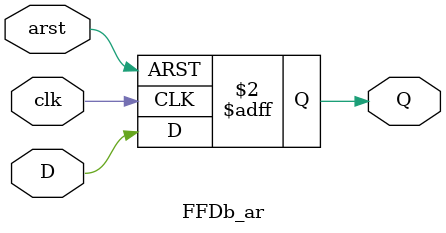
<source format=v>
/* * * * * * * * * * * * * * * * * * * * * * * * * * * * * * * * * * * * * * * 
 * Module: Synchronous Johnson counter                                       * 
 * Verilog style: Structural                                                 * 
 * Data width: parameterized (N)                                             * 
 * Reset: asynchronous                                                       * 
 * Author: Ricardo Menotti <menotti AT ufscar DOT br>                        * 
 * * * * * * * * * * * * * * * * * * * * * * * * * * * * * * * * * * * * * * */

module johnsons #(parameter N = 4)(
    input clk, arst, 
    output reg [N-1:0] count);

    wire [N-1:0] d;
    genvar i;
    generate
        for (i=0; i<N; i=i+1)
            FFDb_ar inst(clk, arst, d[i], count[i]);
    endgenerate
    assign d = {count, ~count[N-1]};
endmodule

//`include "FFDb_ar.v"
module FFDb_ar(
    input clk, arst, D,
    output reg Q);

    always@(posedge clk or posedge arst)
        if (arst)
            Q = 'b0;
        else
            Q = D;
endmodule
</source>
